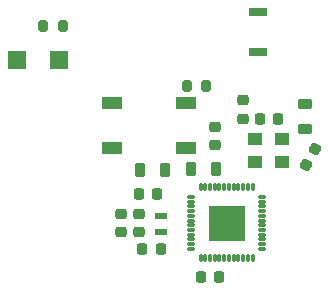
<source format=gbr>
%TF.GenerationSoftware,KiCad,Pcbnew,(6.0.1)*%
%TF.CreationDate,2022-03-21T18:15:36+01:00*%
%TF.ProjectId,KiCad_PCB,4b694361-645f-4504-9342-2e6b69636164,rev?*%
%TF.SameCoordinates,Original*%
%TF.FileFunction,Paste,Top*%
%TF.FilePolarity,Positive*%
%FSLAX46Y46*%
G04 Gerber Fmt 4.6, Leading zero omitted, Abs format (unit mm)*
G04 Created by KiCad (PCBNEW (6.0.1)) date 2022-03-21 18:15:36*
%MOMM*%
%LPD*%
G01*
G04 APERTURE LIST*
G04 Aperture macros list*
%AMRoundRect*
0 Rectangle with rounded corners*
0 $1 Rounding radius*
0 $2 $3 $4 $5 $6 $7 $8 $9 X,Y pos of 4 corners*
0 Add a 4 corners polygon primitive as box body*
4,1,4,$2,$3,$4,$5,$6,$7,$8,$9,$2,$3,0*
0 Add four circle primitives for the rounded corners*
1,1,$1+$1,$2,$3*
1,1,$1+$1,$4,$5*
1,1,$1+$1,$6,$7*
1,1,$1+$1,$8,$9*
0 Add four rect primitives between the rounded corners*
20,1,$1+$1,$2,$3,$4,$5,0*
20,1,$1+$1,$4,$5,$6,$7,0*
20,1,$1+$1,$6,$7,$8,$9,0*
20,1,$1+$1,$8,$9,$2,$3,0*%
G04 Aperture macros list end*
%ADD10C,0.010000*%
%ADD11RoundRect,0.225000X0.225000X0.250000X-0.225000X0.250000X-0.225000X-0.250000X0.225000X-0.250000X0*%
%ADD12RoundRect,0.225000X0.104006X-0.319856X0.329006X0.069856X-0.104006X0.319856X-0.329006X-0.069856X0*%
%ADD13RoundRect,0.225000X0.250000X-0.225000X0.250000X0.225000X-0.250000X0.225000X-0.250000X-0.225000X0*%
%ADD14RoundRect,0.218750X-0.218750X-0.381250X0.218750X-0.381250X0.218750X0.381250X-0.218750X0.381250X0*%
%ADD15R,1.100000X0.600000*%
%ADD16R,1.500000X1.590000*%
%ADD17RoundRect,0.218750X0.381250X-0.218750X0.381250X0.218750X-0.381250X0.218750X-0.381250X-0.218750X0*%
%ADD18RoundRect,0.225000X-0.250000X0.225000X-0.250000X-0.225000X0.250000X-0.225000X0.250000X0.225000X0*%
%ADD19R,1.700000X1.000000*%
%ADD20R,1.600000X0.800000*%
%ADD21R,1.300000X1.100000*%
%ADD22O,0.800000X0.300000*%
%ADD23O,0.300000X0.800000*%
%ADD24RoundRect,0.200000X-0.200000X-0.275000X0.200000X-0.275000X0.200000X0.275000X-0.200000X0.275000X0*%
%ADD25RoundRect,0.225000X-0.225000X-0.250000X0.225000X-0.250000X0.225000X0.250000X-0.225000X0.250000X0*%
%ADD26RoundRect,0.200000X0.200000X0.275000X-0.200000X0.275000X-0.200000X-0.275000X0.200000X-0.275000X0*%
G04 APERTURE END LIST*
D10*
%TO.C,U2*%
X152926860Y-104128000D02*
X155828000Y-104128000D01*
X155828000Y-104128000D02*
X155828000Y-107029140D01*
X155828000Y-107029140D02*
X152926860Y-107029140D01*
X152926860Y-107029140D02*
X152926860Y-104128000D01*
G36*
X155828000Y-107029140D02*
G01*
X152926860Y-107029140D01*
X152926860Y-104128000D01*
X155828000Y-104128000D01*
X155828000Y-107029140D01*
G37*
X155828000Y-107029140D02*
X152926860Y-107029140D01*
X152926860Y-104128000D01*
X155828000Y-104128000D01*
X155828000Y-107029140D01*
%TD*%
D11*
%TO.C,C7*%
X153750000Y-110200000D03*
X152200000Y-110200000D03*
%TD*%
D12*
%TO.C,C10*%
X161100000Y-100700000D03*
X161875000Y-99357660D03*
%TD*%
D13*
%TO.C,C12*%
X153400000Y-99000000D03*
X153400000Y-97450000D03*
%TD*%
D14*
%TO.C,L1*%
X147025000Y-101100000D03*
X149150000Y-101100000D03*
%TD*%
D13*
%TO.C,C8*%
X145400000Y-106350000D03*
X145400000Y-104800000D03*
%TD*%
D15*
%TO.C,Y2*%
X148800000Y-104975000D03*
X148800000Y-106375000D03*
%TD*%
D16*
%TO.C,D1*%
X140200000Y-91800000D03*
X136610000Y-91800000D03*
%TD*%
D17*
%TO.C,L2*%
X161000000Y-97600000D03*
X161000000Y-95475000D03*
%TD*%
D18*
%TO.C,C3*%
X147000000Y-104825000D03*
X147000000Y-106375000D03*
%TD*%
D19*
%TO.C,S1*%
X150978000Y-99253788D03*
X144678000Y-99253788D03*
X150978000Y-95453788D03*
X144678000Y-95453788D03*
%TD*%
D20*
%TO.C,E1*%
X157050000Y-91100000D03*
X157050000Y-87700000D03*
%TD*%
D18*
%TO.C,C2*%
X155800000Y-95200000D03*
X155800000Y-96750000D03*
%TD*%
D21*
%TO.C,Y1*%
X156800000Y-100400000D03*
X159100000Y-100400000D03*
X159100000Y-98500000D03*
X156800000Y-98500000D03*
%TD*%
D22*
%TO.C,U2*%
X151378000Y-103378000D03*
X151378000Y-103778000D03*
X151378000Y-104178000D03*
X151378000Y-104578000D03*
X151378000Y-104978000D03*
X151378000Y-105378000D03*
X151378000Y-105778000D03*
X151378000Y-106178000D03*
X151378000Y-106578000D03*
X151378000Y-106978000D03*
X151378000Y-107378000D03*
X151378000Y-107778000D03*
D23*
X152178000Y-108578000D03*
X152578000Y-108578000D03*
X152978000Y-108578000D03*
X153378000Y-108578000D03*
X153778000Y-108578000D03*
X154178000Y-108578000D03*
X154578000Y-108578000D03*
X154978000Y-108578000D03*
X155378000Y-108578000D03*
X155778000Y-108578000D03*
X156178000Y-108578000D03*
X156578000Y-108578000D03*
D22*
X157378000Y-107778000D03*
X157378000Y-107378000D03*
X157378000Y-106978000D03*
X157378000Y-106578000D03*
X157378000Y-106178000D03*
X157378000Y-105778000D03*
X157378000Y-105378000D03*
X157378000Y-104978000D03*
X157378000Y-104578000D03*
X157378000Y-104178000D03*
X157378000Y-103778000D03*
X157378000Y-103378000D03*
D23*
X156578000Y-102578000D03*
X156178000Y-102578000D03*
X155778000Y-102578000D03*
X155378000Y-102578000D03*
X154978000Y-102578000D03*
X154578000Y-102578000D03*
X154178000Y-102578000D03*
X153778000Y-102578000D03*
X153378000Y-102578000D03*
X152978000Y-102578000D03*
X152578000Y-102578000D03*
X152178000Y-102578000D03*
%TD*%
D24*
%TO.C,R2*%
X151000000Y-94000000D03*
X152650000Y-94000000D03*
%TD*%
D25*
%TO.C,C5*%
X157200000Y-96800000D03*
X158750000Y-96800000D03*
%TD*%
D11*
%TO.C,C4*%
X148800000Y-107775000D03*
X147250000Y-107775000D03*
%TD*%
D14*
%TO.C,L3*%
X151400000Y-101000000D03*
X153525000Y-101000000D03*
%TD*%
D25*
%TO.C,C11*%
X146950000Y-103100000D03*
X148500000Y-103100000D03*
%TD*%
D26*
%TO.C,R1*%
X140525000Y-88900000D03*
X138875000Y-88900000D03*
%TD*%
M02*

</source>
